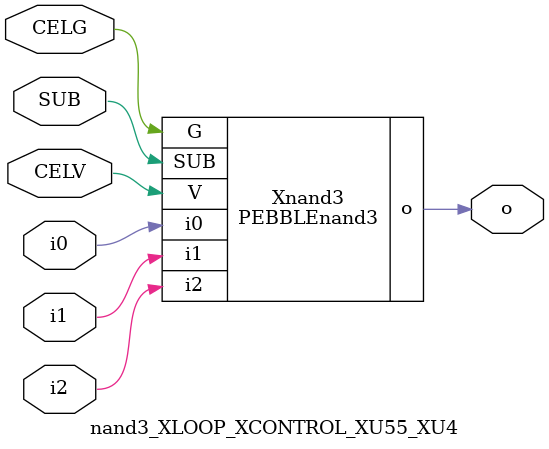
<source format=v>



module PEBBLEnand3 ( o, G, SUB, V, i0, i1, i2 );

  input i0;
  input V;
  input i2;
  input i1;
  input G;
  output o;
  input SUB;
endmodule

//Celera Confidential Do Not Copy nand3_XLOOP_XCONTROL_XU55_XU4
//Celera Confidential Symbol Generator
//5V Inverter
module nand3_XLOOP_XCONTROL_XU55_XU4 (CELV,CELG,i0,i1,i2,o,SUB);
input CELV;
input CELG;
input i0;
input i1;
input i2;
input SUB;
output o;

//Celera Confidential Do Not Copy nand3
PEBBLEnand3 Xnand3(
.V (CELV),
.i0 (i0),
.i1 (i1),
.i2 (i2),
.o (o),
.SUB (SUB),
.G (CELG)
);
//,diesize,PEBBLEnand3

//Celera Confidential Do Not Copy Module End
//Celera Schematic Generator
endmodule

</source>
